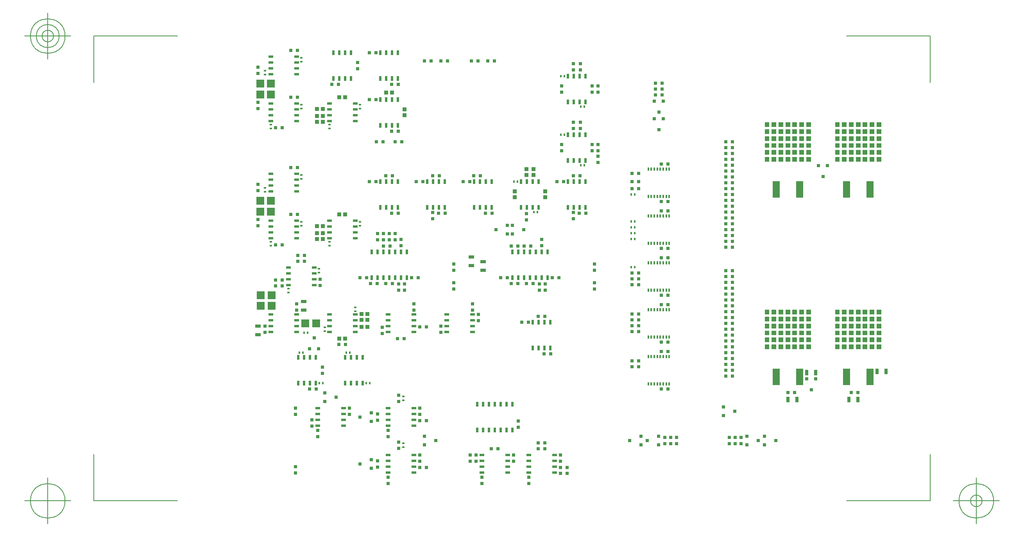
<source format=gbr>
G04 Generated by Ultiboard 12.0 *
%FSLAX25Y25*%
%MOIN*%

%ADD10C,0.00001*%
%ADD11C,0.00004*%
%ADD12C,0.00500*%
%ADD13R,0.03400X0.03400*%
%ADD14R,0.03937X0.01969*%
%ADD15R,0.02756X0.03150*%
%ADD16R,0.01969X0.03937*%
%ADD17R,0.03150X0.02756*%
%ADD18R,0.01969X0.01575*%
%ADD19R,0.04921X0.02756*%
%ADD20R,0.01181X0.03150*%
%ADD21R,0.02756X0.04921*%
%ADD22R,0.03150X0.03150*%
%ADD23R,0.07000X0.07000*%
%ADD24R,0.01575X0.01969*%
%ADD25R,0.06299X0.14173*%


G04 ColorRGB 006666 for the following layer *
%LNPaste Mask Top*%
%LPD*%
G54D10*
G54D11*
G36*
X508031Y128031D02*
X508031Y131969D01*
X511969Y131969D01*
X511969Y128031D01*
X508031Y128031D01*
G37*
G36*
X508031Y133937D02*
X508031Y137874D01*
X511969Y137874D01*
X511969Y133937D01*
X508031Y133937D01*
G37*
G36*
X508031Y139843D02*
X508031Y143780D01*
X511969Y143780D01*
X511969Y139843D01*
X508031Y139843D01*
G37*
G36*
X508031Y145748D02*
X508031Y149685D01*
X511969Y149685D01*
X511969Y145748D01*
X508031Y145748D01*
G37*
G36*
X508031Y151654D02*
X508031Y155591D01*
X511969Y155591D01*
X511969Y151654D01*
X508031Y151654D01*
G37*
G36*
X508031Y157559D02*
X508031Y161496D01*
X511969Y161496D01*
X511969Y157559D01*
X508031Y157559D01*
G37*
G36*
X502126Y128031D02*
X502126Y131969D01*
X506063Y131969D01*
X506063Y128031D01*
X502126Y128031D01*
G37*
G36*
X502126Y133937D02*
X502126Y137874D01*
X506063Y137874D01*
X506063Y133937D01*
X502126Y133937D01*
G37*
G36*
X502126Y139843D02*
X502126Y143780D01*
X506063Y143780D01*
X506063Y139843D01*
X502126Y139843D01*
G37*
G36*
X502126Y145748D02*
X502126Y149685D01*
X506063Y149685D01*
X506063Y145748D01*
X502126Y145748D01*
G37*
G36*
X502126Y151654D02*
X502126Y155591D01*
X506063Y155591D01*
X506063Y151654D01*
X502126Y151654D01*
G37*
G36*
X502126Y157559D02*
X502126Y161496D01*
X506063Y161496D01*
X506063Y157559D01*
X502126Y157559D01*
G37*
G36*
X496220Y128031D02*
X496220Y131969D01*
X500157Y131969D01*
X500157Y128031D01*
X496220Y128031D01*
G37*
G36*
X496220Y133937D02*
X496220Y137874D01*
X500157Y137874D01*
X500157Y133937D01*
X496220Y133937D01*
G37*
G36*
X496220Y139843D02*
X496220Y143780D01*
X500157Y143780D01*
X500157Y139843D01*
X496220Y139843D01*
G37*
G36*
X496220Y145748D02*
X496220Y149685D01*
X500157Y149685D01*
X500157Y145748D01*
X496220Y145748D01*
G37*
G36*
X496220Y151654D02*
X496220Y155591D01*
X500157Y155591D01*
X500157Y151654D01*
X496220Y151654D01*
G37*
G36*
X496220Y157559D02*
X496220Y161496D01*
X500157Y161496D01*
X500157Y157559D01*
X496220Y157559D01*
G37*
G36*
X490315Y157559D02*
X490315Y161496D01*
X494252Y161496D01*
X494252Y157559D01*
X490315Y157559D01*
G37*
G36*
X490315Y151654D02*
X490315Y155591D01*
X494252Y155591D01*
X494252Y151654D01*
X490315Y151654D01*
G37*
G36*
X490315Y145748D02*
X490315Y149685D01*
X494252Y149685D01*
X494252Y145748D01*
X490315Y145748D01*
G37*
G36*
X490315Y139843D02*
X490315Y143780D01*
X494252Y143780D01*
X494252Y139843D01*
X490315Y139843D01*
G37*
G36*
X490315Y133937D02*
X490315Y137874D01*
X494252Y137874D01*
X494252Y133937D01*
X490315Y133937D01*
G37*
G36*
X490315Y128031D02*
X490315Y131969D01*
X494252Y131969D01*
X494252Y128031D01*
X490315Y128031D01*
G37*
G36*
X513937Y128031D02*
X513937Y131969D01*
X517874Y131969D01*
X517874Y128031D01*
X513937Y128031D01*
G37*
G36*
X513937Y133937D02*
X513937Y137874D01*
X517874Y137874D01*
X517874Y133937D01*
X513937Y133937D01*
G37*
G36*
X513937Y139843D02*
X513937Y143780D01*
X517874Y143780D01*
X517874Y139843D01*
X513937Y139843D01*
G37*
G36*
X513937Y145748D02*
X513937Y149685D01*
X517874Y149685D01*
X517874Y145748D01*
X513937Y145748D01*
G37*
G36*
X513937Y151654D02*
X513937Y155591D01*
X517874Y155591D01*
X517874Y151654D01*
X513937Y151654D01*
G37*
G36*
X513937Y157559D02*
X513937Y161496D01*
X517874Y161496D01*
X517874Y157559D01*
X513937Y157559D01*
G37*
G36*
X519843Y157559D02*
X519843Y161496D01*
X523780Y161496D01*
X523780Y157559D01*
X519843Y157559D01*
G37*
G36*
X519843Y151654D02*
X519843Y155591D01*
X523780Y155591D01*
X523780Y151654D01*
X519843Y151654D01*
G37*
G36*
X519843Y145748D02*
X519843Y149685D01*
X523780Y149685D01*
X523780Y145748D01*
X519843Y145748D01*
G37*
G36*
X519843Y139843D02*
X519843Y143780D01*
X523780Y143780D01*
X523780Y139843D01*
X519843Y139843D01*
G37*
G36*
X519843Y133937D02*
X519843Y137874D01*
X523780Y137874D01*
X523780Y133937D01*
X519843Y133937D01*
G37*
G36*
X519843Y128031D02*
X519843Y131969D01*
X523780Y131969D01*
X523780Y128031D01*
X519843Y128031D01*
G37*
G36*
X525748Y128031D02*
X525748Y131969D01*
X529685Y131969D01*
X529685Y128031D01*
X525748Y128031D01*
G37*
G36*
X525748Y133937D02*
X525748Y137874D01*
X529685Y137874D01*
X529685Y133937D01*
X525748Y133937D01*
G37*
G36*
X525748Y139843D02*
X525748Y143780D01*
X529685Y143780D01*
X529685Y139843D01*
X525748Y139843D01*
G37*
G36*
X525748Y145748D02*
X525748Y149685D01*
X529685Y149685D01*
X529685Y145748D01*
X525748Y145748D01*
G37*
G36*
X525748Y151654D02*
X525748Y155591D01*
X529685Y155591D01*
X529685Y151654D01*
X525748Y151654D01*
G37*
G36*
X525748Y157559D02*
X525748Y161496D01*
X529685Y161496D01*
X529685Y157559D01*
X525748Y157559D01*
G37*
G36*
X568031Y128031D02*
X568031Y131969D01*
X571969Y131969D01*
X571969Y128031D01*
X568031Y128031D01*
G37*
G36*
X568031Y133937D02*
X568031Y137874D01*
X571969Y137874D01*
X571969Y133937D01*
X568031Y133937D01*
G37*
G36*
X568031Y139843D02*
X568031Y143780D01*
X571969Y143780D01*
X571969Y139843D01*
X568031Y139843D01*
G37*
G36*
X568031Y145748D02*
X568031Y149685D01*
X571969Y149685D01*
X571969Y145748D01*
X568031Y145748D01*
G37*
G36*
X568031Y151654D02*
X568031Y155591D01*
X571969Y155591D01*
X571969Y151654D01*
X568031Y151654D01*
G37*
G36*
X568031Y157559D02*
X568031Y161496D01*
X571969Y161496D01*
X571969Y157559D01*
X568031Y157559D01*
G37*
G36*
X562126Y128031D02*
X562126Y131969D01*
X566063Y131969D01*
X566063Y128031D01*
X562126Y128031D01*
G37*
G36*
X562126Y133937D02*
X562126Y137874D01*
X566063Y137874D01*
X566063Y133937D01*
X562126Y133937D01*
G37*
G36*
X562126Y139843D02*
X562126Y143780D01*
X566063Y143780D01*
X566063Y139843D01*
X562126Y139843D01*
G37*
G36*
X562126Y145748D02*
X562126Y149685D01*
X566063Y149685D01*
X566063Y145748D01*
X562126Y145748D01*
G37*
G36*
X562126Y151654D02*
X562126Y155591D01*
X566063Y155591D01*
X566063Y151654D01*
X562126Y151654D01*
G37*
G36*
X562126Y157559D02*
X562126Y161496D01*
X566063Y161496D01*
X566063Y157559D01*
X562126Y157559D01*
G37*
G36*
X556220Y128031D02*
X556220Y131969D01*
X560157Y131969D01*
X560157Y128031D01*
X556220Y128031D01*
G37*
G36*
X556220Y133937D02*
X556220Y137874D01*
X560157Y137874D01*
X560157Y133937D01*
X556220Y133937D01*
G37*
G36*
X556220Y139843D02*
X556220Y143780D01*
X560157Y143780D01*
X560157Y139843D01*
X556220Y139843D01*
G37*
G36*
X556220Y145748D02*
X556220Y149685D01*
X560157Y149685D01*
X560157Y145748D01*
X556220Y145748D01*
G37*
G36*
X556220Y151654D02*
X556220Y155591D01*
X560157Y155591D01*
X560157Y151654D01*
X556220Y151654D01*
G37*
G36*
X556220Y157559D02*
X556220Y161496D01*
X560157Y161496D01*
X560157Y157559D01*
X556220Y157559D01*
G37*
G36*
X550315Y157559D02*
X550315Y161496D01*
X554252Y161496D01*
X554252Y157559D01*
X550315Y157559D01*
G37*
G36*
X550315Y151654D02*
X550315Y155591D01*
X554252Y155591D01*
X554252Y151654D01*
X550315Y151654D01*
G37*
G36*
X550315Y145748D02*
X550315Y149685D01*
X554252Y149685D01*
X554252Y145748D01*
X550315Y145748D01*
G37*
G36*
X550315Y139843D02*
X550315Y143780D01*
X554252Y143780D01*
X554252Y139843D01*
X550315Y139843D01*
G37*
G36*
X550315Y133937D02*
X550315Y137874D01*
X554252Y137874D01*
X554252Y133937D01*
X550315Y133937D01*
G37*
G36*
X550315Y128031D02*
X550315Y131969D01*
X554252Y131969D01*
X554252Y128031D01*
X550315Y128031D01*
G37*
G36*
X573937Y128031D02*
X573937Y131969D01*
X577874Y131969D01*
X577874Y128031D01*
X573937Y128031D01*
G37*
G36*
X573937Y133937D02*
X573937Y137874D01*
X577874Y137874D01*
X577874Y133937D01*
X573937Y133937D01*
G37*
G36*
X573937Y139843D02*
X573937Y143780D01*
X577874Y143780D01*
X577874Y139843D01*
X573937Y139843D01*
G37*
G36*
X573937Y145748D02*
X573937Y149685D01*
X577874Y149685D01*
X577874Y145748D01*
X573937Y145748D01*
G37*
G36*
X573937Y151654D02*
X573937Y155591D01*
X577874Y155591D01*
X577874Y151654D01*
X573937Y151654D01*
G37*
G36*
X573937Y157559D02*
X573937Y161496D01*
X577874Y161496D01*
X577874Y157559D01*
X573937Y157559D01*
G37*
G36*
X579843Y157559D02*
X579843Y161496D01*
X583780Y161496D01*
X583780Y157559D01*
X579843Y157559D01*
G37*
G36*
X579843Y151654D02*
X579843Y155591D01*
X583780Y155591D01*
X583780Y151654D01*
X579843Y151654D01*
G37*
G36*
X579843Y145748D02*
X579843Y149685D01*
X583780Y149685D01*
X583780Y145748D01*
X579843Y145748D01*
G37*
G36*
X579843Y139843D02*
X579843Y143780D01*
X583780Y143780D01*
X583780Y139843D01*
X579843Y139843D01*
G37*
G36*
X579843Y133937D02*
X579843Y137874D01*
X583780Y137874D01*
X583780Y133937D01*
X579843Y133937D01*
G37*
G36*
X579843Y128031D02*
X579843Y131969D01*
X583780Y131969D01*
X583780Y128031D01*
X579843Y128031D01*
G37*
G36*
X585748Y128031D02*
X585748Y131969D01*
X589685Y131969D01*
X589685Y128031D01*
X585748Y128031D01*
G37*
G36*
X585748Y133937D02*
X585748Y137874D01*
X589685Y137874D01*
X589685Y133937D01*
X585748Y133937D01*
G37*
G36*
X585748Y139843D02*
X585748Y143780D01*
X589685Y143780D01*
X589685Y139843D01*
X585748Y139843D01*
G37*
G36*
X585748Y145748D02*
X585748Y149685D01*
X589685Y149685D01*
X589685Y145748D01*
X585748Y145748D01*
G37*
G36*
X585748Y151654D02*
X585748Y155591D01*
X589685Y155591D01*
X589685Y151654D01*
X585748Y151654D01*
G37*
G36*
X585748Y157559D02*
X585748Y161496D01*
X589685Y161496D01*
X589685Y157559D01*
X585748Y157559D01*
G37*
G36*
X508031Y288031D02*
X508031Y291969D01*
X511969Y291969D01*
X511969Y288031D01*
X508031Y288031D01*
G37*
G36*
X508031Y293937D02*
X508031Y297874D01*
X511969Y297874D01*
X511969Y293937D01*
X508031Y293937D01*
G37*
G36*
X508031Y299843D02*
X508031Y303780D01*
X511969Y303780D01*
X511969Y299843D01*
X508031Y299843D01*
G37*
G36*
X508031Y305748D02*
X508031Y309685D01*
X511969Y309685D01*
X511969Y305748D01*
X508031Y305748D01*
G37*
G36*
X508031Y311654D02*
X508031Y315591D01*
X511969Y315591D01*
X511969Y311654D01*
X508031Y311654D01*
G37*
G36*
X508031Y317559D02*
X508031Y321496D01*
X511969Y321496D01*
X511969Y317559D01*
X508031Y317559D01*
G37*
G36*
X502126Y288031D02*
X502126Y291969D01*
X506063Y291969D01*
X506063Y288031D01*
X502126Y288031D01*
G37*
G36*
X502126Y293937D02*
X502126Y297874D01*
X506063Y297874D01*
X506063Y293937D01*
X502126Y293937D01*
G37*
G36*
X502126Y299843D02*
X502126Y303780D01*
X506063Y303780D01*
X506063Y299843D01*
X502126Y299843D01*
G37*
G36*
X502126Y305748D02*
X502126Y309685D01*
X506063Y309685D01*
X506063Y305748D01*
X502126Y305748D01*
G37*
G36*
X502126Y311654D02*
X502126Y315591D01*
X506063Y315591D01*
X506063Y311654D01*
X502126Y311654D01*
G37*
G36*
X502126Y317559D02*
X502126Y321496D01*
X506063Y321496D01*
X506063Y317559D01*
X502126Y317559D01*
G37*
G36*
X496220Y288031D02*
X496220Y291969D01*
X500157Y291969D01*
X500157Y288031D01*
X496220Y288031D01*
G37*
G36*
X496220Y293937D02*
X496220Y297874D01*
X500157Y297874D01*
X500157Y293937D01*
X496220Y293937D01*
G37*
G36*
X496220Y299843D02*
X496220Y303780D01*
X500157Y303780D01*
X500157Y299843D01*
X496220Y299843D01*
G37*
G36*
X496220Y305748D02*
X496220Y309685D01*
X500157Y309685D01*
X500157Y305748D01*
X496220Y305748D01*
G37*
G36*
X496220Y311654D02*
X496220Y315591D01*
X500157Y315591D01*
X500157Y311654D01*
X496220Y311654D01*
G37*
G36*
X496220Y317559D02*
X496220Y321496D01*
X500157Y321496D01*
X500157Y317559D01*
X496220Y317559D01*
G37*
G36*
X490315Y317559D02*
X490315Y321496D01*
X494252Y321496D01*
X494252Y317559D01*
X490315Y317559D01*
G37*
G36*
X490315Y311654D02*
X490315Y315591D01*
X494252Y315591D01*
X494252Y311654D01*
X490315Y311654D01*
G37*
G36*
X490315Y305748D02*
X490315Y309685D01*
X494252Y309685D01*
X494252Y305748D01*
X490315Y305748D01*
G37*
G36*
X490315Y299843D02*
X490315Y303780D01*
X494252Y303780D01*
X494252Y299843D01*
X490315Y299843D01*
G37*
G36*
X490315Y293937D02*
X490315Y297874D01*
X494252Y297874D01*
X494252Y293937D01*
X490315Y293937D01*
G37*
G36*
X490315Y288031D02*
X490315Y291969D01*
X494252Y291969D01*
X494252Y288031D01*
X490315Y288031D01*
G37*
G36*
X513937Y288031D02*
X513937Y291969D01*
X517874Y291969D01*
X517874Y288031D01*
X513937Y288031D01*
G37*
G36*
X513937Y293937D02*
X513937Y297874D01*
X517874Y297874D01*
X517874Y293937D01*
X513937Y293937D01*
G37*
G36*
X513937Y299843D02*
X513937Y303780D01*
X517874Y303780D01*
X517874Y299843D01*
X513937Y299843D01*
G37*
G36*
X513937Y305748D02*
X513937Y309685D01*
X517874Y309685D01*
X517874Y305748D01*
X513937Y305748D01*
G37*
G36*
X513937Y311654D02*
X513937Y315591D01*
X517874Y315591D01*
X517874Y311654D01*
X513937Y311654D01*
G37*
G36*
X513937Y317559D02*
X513937Y321496D01*
X517874Y321496D01*
X517874Y317559D01*
X513937Y317559D01*
G37*
G36*
X519843Y317559D02*
X519843Y321496D01*
X523780Y321496D01*
X523780Y317559D01*
X519843Y317559D01*
G37*
G36*
X519843Y311654D02*
X519843Y315591D01*
X523780Y315591D01*
X523780Y311654D01*
X519843Y311654D01*
G37*
G36*
X519843Y305748D02*
X519843Y309685D01*
X523780Y309685D01*
X523780Y305748D01*
X519843Y305748D01*
G37*
G36*
X519843Y299843D02*
X519843Y303780D01*
X523780Y303780D01*
X523780Y299843D01*
X519843Y299843D01*
G37*
G36*
X519843Y293937D02*
X519843Y297874D01*
X523780Y297874D01*
X523780Y293937D01*
X519843Y293937D01*
G37*
G36*
X519843Y288031D02*
X519843Y291969D01*
X523780Y291969D01*
X523780Y288031D01*
X519843Y288031D01*
G37*
G36*
X525748Y288031D02*
X525748Y291969D01*
X529685Y291969D01*
X529685Y288031D01*
X525748Y288031D01*
G37*
G36*
X525748Y293937D02*
X525748Y297874D01*
X529685Y297874D01*
X529685Y293937D01*
X525748Y293937D01*
G37*
G36*
X525748Y299843D02*
X525748Y303780D01*
X529685Y303780D01*
X529685Y299843D01*
X525748Y299843D01*
G37*
G36*
X525748Y305748D02*
X525748Y309685D01*
X529685Y309685D01*
X529685Y305748D01*
X525748Y305748D01*
G37*
G36*
X525748Y311654D02*
X525748Y315591D01*
X529685Y315591D01*
X529685Y311654D01*
X525748Y311654D01*
G37*
G36*
X525748Y317559D02*
X525748Y321496D01*
X529685Y321496D01*
X529685Y317559D01*
X525748Y317559D01*
G37*
G36*
X568031Y288031D02*
X568031Y291969D01*
X571969Y291969D01*
X571969Y288031D01*
X568031Y288031D01*
G37*
G36*
X568031Y293937D02*
X568031Y297874D01*
X571969Y297874D01*
X571969Y293937D01*
X568031Y293937D01*
G37*
G36*
X568031Y299843D02*
X568031Y303780D01*
X571969Y303780D01*
X571969Y299843D01*
X568031Y299843D01*
G37*
G36*
X568031Y305748D02*
X568031Y309685D01*
X571969Y309685D01*
X571969Y305748D01*
X568031Y305748D01*
G37*
G36*
X568031Y311654D02*
X568031Y315591D01*
X571969Y315591D01*
X571969Y311654D01*
X568031Y311654D01*
G37*
G36*
X568031Y317559D02*
X568031Y321496D01*
X571969Y321496D01*
X571969Y317559D01*
X568031Y317559D01*
G37*
G36*
X562126Y288031D02*
X562126Y291969D01*
X566063Y291969D01*
X566063Y288031D01*
X562126Y288031D01*
G37*
G36*
X562126Y293937D02*
X562126Y297874D01*
X566063Y297874D01*
X566063Y293937D01*
X562126Y293937D01*
G37*
G36*
X562126Y299843D02*
X562126Y303780D01*
X566063Y303780D01*
X566063Y299843D01*
X562126Y299843D01*
G37*
G36*
X562126Y305748D02*
X562126Y309685D01*
X566063Y309685D01*
X566063Y305748D01*
X562126Y305748D01*
G37*
G36*
X562126Y311654D02*
X562126Y315591D01*
X566063Y315591D01*
X566063Y311654D01*
X562126Y311654D01*
G37*
G36*
X562126Y317559D02*
X562126Y321496D01*
X566063Y321496D01*
X566063Y317559D01*
X562126Y317559D01*
G37*
G36*
X556220Y288031D02*
X556220Y291969D01*
X560157Y291969D01*
X560157Y288031D01*
X556220Y288031D01*
G37*
G36*
X556220Y293937D02*
X556220Y297874D01*
X560157Y297874D01*
X560157Y293937D01*
X556220Y293937D01*
G37*
G36*
X556220Y299843D02*
X556220Y303780D01*
X560157Y303780D01*
X560157Y299843D01*
X556220Y299843D01*
G37*
G36*
X556220Y305748D02*
X556220Y309685D01*
X560157Y309685D01*
X560157Y305748D01*
X556220Y305748D01*
G37*
G36*
X556220Y311654D02*
X556220Y315591D01*
X560157Y315591D01*
X560157Y311654D01*
X556220Y311654D01*
G37*
G36*
X556220Y317559D02*
X556220Y321496D01*
X560157Y321496D01*
X560157Y317559D01*
X556220Y317559D01*
G37*
G36*
X550315Y317559D02*
X550315Y321496D01*
X554252Y321496D01*
X554252Y317559D01*
X550315Y317559D01*
G37*
G36*
X550315Y311654D02*
X550315Y315591D01*
X554252Y315591D01*
X554252Y311654D01*
X550315Y311654D01*
G37*
G36*
X550315Y305748D02*
X550315Y309685D01*
X554252Y309685D01*
X554252Y305748D01*
X550315Y305748D01*
G37*
G36*
X550315Y299843D02*
X550315Y303780D01*
X554252Y303780D01*
X554252Y299843D01*
X550315Y299843D01*
G37*
G36*
X550315Y293937D02*
X550315Y297874D01*
X554252Y297874D01*
X554252Y293937D01*
X550315Y293937D01*
G37*
G36*
X550315Y288031D02*
X550315Y291969D01*
X554252Y291969D01*
X554252Y288031D01*
X550315Y288031D01*
G37*
G36*
X573937Y288031D02*
X573937Y291969D01*
X577874Y291969D01*
X577874Y288031D01*
X573937Y288031D01*
G37*
G36*
X573937Y293937D02*
X573937Y297874D01*
X577874Y297874D01*
X577874Y293937D01*
X573937Y293937D01*
G37*
G36*
X573937Y299843D02*
X573937Y303780D01*
X577874Y303780D01*
X577874Y299843D01*
X573937Y299843D01*
G37*
G36*
X573937Y305748D02*
X573937Y309685D01*
X577874Y309685D01*
X577874Y305748D01*
X573937Y305748D01*
G37*
G36*
X573937Y311654D02*
X573937Y315591D01*
X577874Y315591D01*
X577874Y311654D01*
X573937Y311654D01*
G37*
G36*
X573937Y317559D02*
X573937Y321496D01*
X577874Y321496D01*
X577874Y317559D01*
X573937Y317559D01*
G37*
G36*
X579843Y317559D02*
X579843Y321496D01*
X583780Y321496D01*
X583780Y317559D01*
X579843Y317559D01*
G37*
G36*
X579843Y311654D02*
X579843Y315591D01*
X583780Y315591D01*
X583780Y311654D01*
X579843Y311654D01*
G37*
G36*
X579843Y305748D02*
X579843Y309685D01*
X583780Y309685D01*
X583780Y305748D01*
X579843Y305748D01*
G37*
G36*
X579843Y299843D02*
X579843Y303780D01*
X583780Y303780D01*
X583780Y299843D01*
X579843Y299843D01*
G37*
G36*
X579843Y293937D02*
X579843Y297874D01*
X583780Y297874D01*
X583780Y293937D01*
X579843Y293937D01*
G37*
G36*
X579843Y288031D02*
X579843Y291969D01*
X583780Y291969D01*
X583780Y288031D01*
X579843Y288031D01*
G37*
G36*
X585748Y288031D02*
X585748Y291969D01*
X589685Y291969D01*
X589685Y288031D01*
X585748Y288031D01*
G37*
G36*
X585748Y293937D02*
X585748Y297874D01*
X589685Y297874D01*
X589685Y293937D01*
X585748Y293937D01*
G37*
G36*
X585748Y299843D02*
X585748Y303780D01*
X589685Y303780D01*
X589685Y299843D01*
X585748Y299843D01*
G37*
G36*
X585748Y305748D02*
X585748Y309685D01*
X589685Y309685D01*
X589685Y305748D01*
X585748Y305748D01*
G37*
G36*
X585748Y311654D02*
X585748Y315591D01*
X589685Y315591D01*
X589685Y311654D01*
X585748Y311654D01*
G37*
G36*
X585748Y317559D02*
X585748Y321496D01*
X589685Y321496D01*
X589685Y317559D01*
X585748Y317559D01*
G37*
G54D12*
X-81772Y-1500D02*
X-81772Y38170D01*
X-81772Y-1500D02*
X-10452Y-1500D01*
X631421Y-1500D02*
X560102Y-1500D01*
X631421Y-1500D02*
X631421Y38170D01*
X631421Y395201D02*
X631421Y355531D01*
X631421Y395201D02*
X560102Y395201D01*
X-81772Y395201D02*
X-10452Y395201D01*
X-81772Y395201D02*
X-81772Y355531D01*
X-101457Y-1500D02*
X-140827Y-1500D01*
X-121142Y-21185D02*
X-121142Y18185D01*
X-135906Y-1500D02*
G75*
D01*
G02X-135906Y-1500I14764J0*
G01*
X651106Y-1500D02*
X690476Y-1500D01*
X670791Y-21185D02*
X670791Y18185D01*
X656028Y-1500D02*
G75*
D01*
G02X656028Y-1500I14763J0*
G01*
X665870Y-1500D02*
G75*
D01*
G02X665870Y-1500I4921J0*
G01*
X-101457Y395201D02*
X-140827Y395201D01*
X-121142Y375516D02*
X-121142Y414886D01*
X-135906Y395201D02*
G75*
D01*
G02X-135906Y395201I14764J0*
G01*
X-130984Y395201D02*
G75*
D01*
G02X-130984Y395201I9842J0*
G01*
X-126063Y395201D02*
G75*
D01*
G02X-126063Y395201I4921J0*
G01*
G54D13*
X127500Y343000D03*
X132500Y343000D03*
X108500Y333000D03*
X113500Y333000D03*
X108500Y327000D03*
X113500Y327000D03*
X127500Y243000D03*
X132500Y243000D03*
X108500Y227000D03*
X113500Y227000D03*
X151500Y147000D03*
X146500Y147000D03*
X293000Y281500D03*
X293000Y276500D03*
X108500Y322000D03*
X113500Y322000D03*
X113500Y222000D03*
X108500Y222000D03*
X108500Y233000D03*
X113500Y233000D03*
X132500Y137000D03*
X127500Y137000D03*
X287000Y276500D03*
X287000Y281500D03*
X146500Y153000D03*
X151500Y153000D03*
X151500Y158000D03*
X146500Y158000D03*
X167500Y347000D03*
X172500Y347000D03*
X183000Y332500D03*
X183000Y327500D03*
X303000Y257500D03*
X303000Y262500D03*
X277000Y257500D03*
X277000Y262500D03*
G54D14*
X118976Y337500D03*
X118976Y332500D03*
X118976Y327500D03*
X118976Y322500D03*
X141024Y322500D03*
X141024Y327500D03*
X141024Y337500D03*
X141024Y332500D03*
X288976Y37500D03*
X288976Y32500D03*
X288976Y27500D03*
X288976Y22500D03*
X311024Y22500D03*
X311024Y27500D03*
X311024Y37500D03*
X311024Y32500D03*
X248976Y37500D03*
X248976Y32500D03*
X248976Y27500D03*
X248976Y22500D03*
X271024Y22500D03*
X271024Y27500D03*
X271024Y37500D03*
X271024Y32500D03*
X83976Y197500D03*
X83976Y192500D03*
X83976Y187500D03*
X83976Y182500D03*
X106024Y182500D03*
X106024Y187500D03*
X106024Y197500D03*
X106024Y192500D03*
X118976Y237500D03*
X118976Y232500D03*
X118976Y227500D03*
X118976Y222500D03*
X141024Y222500D03*
X141024Y227500D03*
X141024Y237500D03*
X141024Y232500D03*
X168976Y142500D03*
X191024Y142500D03*
X168976Y147500D03*
X191024Y147500D03*
X168976Y157500D03*
X168976Y152500D03*
X191024Y152500D03*
X191024Y157500D03*
X218976Y142500D03*
X241024Y142500D03*
X218976Y147500D03*
X241024Y147500D03*
X218976Y157500D03*
X218976Y152500D03*
X241024Y157500D03*
X241024Y152500D03*
X118976Y142500D03*
X141024Y142500D03*
X118976Y147500D03*
X141024Y147500D03*
X118976Y157500D03*
X118976Y152500D03*
X141024Y152500D03*
X141024Y157500D03*
X68976Y277500D03*
X68976Y272500D03*
X68976Y267500D03*
X68976Y262500D03*
X91024Y262500D03*
X91024Y267500D03*
X91024Y277500D03*
X91024Y272500D03*
X68976Y377500D03*
X68976Y372500D03*
X68976Y367500D03*
X68976Y362500D03*
X91024Y362500D03*
X91024Y367500D03*
X91024Y377500D03*
X91024Y372500D03*
X68976Y337500D03*
X68976Y332500D03*
X68976Y327500D03*
X68976Y322500D03*
X91024Y322500D03*
X91024Y327500D03*
X91024Y337500D03*
X91024Y332500D03*
X68976Y237500D03*
X68976Y232500D03*
X68976Y227500D03*
X68976Y222500D03*
X91024Y222500D03*
X91024Y227500D03*
X91024Y237500D03*
X91024Y232500D03*
X68976Y142500D03*
X91024Y142500D03*
X68976Y147500D03*
X91024Y147500D03*
X68976Y157500D03*
X68976Y152500D03*
X91024Y157500D03*
X91024Y152500D03*
X168976Y77500D03*
X168976Y72500D03*
X168976Y67500D03*
X168976Y62500D03*
X191024Y62500D03*
X191024Y67500D03*
X191024Y77500D03*
X191024Y72500D03*
X168976Y37500D03*
X168976Y32500D03*
X168976Y27500D03*
X168976Y22500D03*
X191024Y22500D03*
X191024Y27500D03*
X191024Y37500D03*
X191024Y32500D03*
X108976Y77500D03*
X108976Y72500D03*
X108976Y67500D03*
X108976Y62500D03*
X131024Y62500D03*
X131024Y67500D03*
X131024Y77500D03*
X131024Y72500D03*
G54D15*
X73244Y317000D03*
X78756Y317000D03*
X200244Y374000D03*
X205756Y374000D03*
X254244Y374000D03*
X259756Y374000D03*
X240244Y374000D03*
X245756Y374000D03*
X196244Y27000D03*
X201756Y27000D03*
X196244Y67000D03*
X201756Y67000D03*
X257244Y43000D03*
X262756Y43000D03*
X182756Y137000D03*
X177244Y137000D03*
X302244Y124000D03*
X307756Y124000D03*
X283244Y151000D03*
X288756Y151000D03*
X265244Y189000D03*
X270756Y189000D03*
X150756Y189000D03*
X145244Y189000D03*
X189244Y189000D03*
X194756Y189000D03*
X217756Y244000D03*
X212244Y244000D03*
X121244Y354000D03*
X126756Y354000D03*
X91756Y383000D03*
X86244Y383000D03*
X252244Y244000D03*
X257756Y244000D03*
X91756Y343000D03*
X86244Y343000D03*
X297244Y48000D03*
X302756Y48000D03*
X402244Y206000D03*
X407756Y206000D03*
X402244Y166000D03*
X407756Y166000D03*
X402244Y126000D03*
X407756Y126000D03*
X407756Y254000D03*
X402244Y254000D03*
X402244Y214000D03*
X407756Y214000D03*
X402244Y174000D03*
X407756Y174000D03*
X407756Y134000D03*
X402244Y134000D03*
X407756Y94000D03*
X402244Y94000D03*
X402244Y286000D03*
X407756Y286000D03*
X309244Y189000D03*
X314756Y189000D03*
X198756Y271000D03*
X193244Y271000D03*
X177756Y354000D03*
X172244Y354000D03*
X73244Y217000D03*
X78756Y217000D03*
X73244Y182000D03*
X78756Y182000D03*
X92244Y208000D03*
X97756Y208000D03*
X92244Y203000D03*
X97756Y203000D03*
X127244Y132000D03*
X132756Y132000D03*
X242244Y276000D03*
X247756Y276000D03*
X515756Y91000D03*
X510244Y91000D03*
X569756Y91000D03*
X564244Y91000D03*
X377244Y153000D03*
X382756Y153000D03*
X321756Y27000D03*
X316244Y27000D03*
X321756Y22000D03*
X316244Y22000D03*
X153244Y341000D03*
X158756Y341000D03*
X158756Y381000D03*
X153244Y381000D03*
X165244Y216000D03*
X170756Y216000D03*
X462756Y305000D03*
X457244Y305000D03*
X462756Y300000D03*
X457244Y300000D03*
X457244Y295000D03*
X462756Y295000D03*
X462756Y290000D03*
X457244Y290000D03*
X457244Y285000D03*
X462756Y285000D03*
X462756Y280000D03*
X457244Y280000D03*
X457244Y275000D03*
X462756Y275000D03*
X462756Y270000D03*
X457244Y270000D03*
X457244Y265000D03*
X462756Y265000D03*
X457244Y260000D03*
X462756Y260000D03*
X457244Y250000D03*
X462756Y250000D03*
X462756Y240000D03*
X457244Y240000D03*
X457244Y235000D03*
X462756Y235000D03*
X457244Y230000D03*
X462756Y230000D03*
X457244Y225000D03*
X462756Y225000D03*
X457244Y220000D03*
X462756Y220000D03*
X457244Y215000D03*
X462756Y215000D03*
X457244Y195000D03*
X462756Y195000D03*
X457244Y190000D03*
X462756Y190000D03*
X457244Y185000D03*
X462756Y185000D03*
X457244Y180000D03*
X462756Y180000D03*
X457244Y175000D03*
X462756Y175000D03*
X457244Y170000D03*
X462756Y170000D03*
X457244Y165000D03*
X462756Y165000D03*
X457244Y160000D03*
X462756Y160000D03*
X457244Y155000D03*
X462756Y155000D03*
X457244Y150000D03*
X462756Y150000D03*
X457244Y145000D03*
X462756Y145000D03*
X457244Y140000D03*
X462756Y140000D03*
X457244Y135000D03*
X462756Y135000D03*
X457244Y125000D03*
X462756Y125000D03*
X462756Y130000D03*
X457244Y130000D03*
X457244Y120000D03*
X462756Y120000D03*
X457244Y115000D03*
X462756Y115000D03*
X457244Y110000D03*
X462756Y110000D03*
X457244Y105000D03*
X462756Y105000D03*
X377244Y193000D03*
X382756Y193000D03*
X377244Y188000D03*
X382756Y188000D03*
X377244Y183000D03*
X382756Y183000D03*
X377244Y158000D03*
X382756Y158000D03*
X377244Y148000D03*
X382756Y148000D03*
X377244Y143000D03*
X382756Y143000D03*
X377244Y118000D03*
X382756Y118000D03*
X377244Y113000D03*
X382756Y113000D03*
X297244Y156000D03*
X302756Y156000D03*
X214244Y374000D03*
X219756Y374000D03*
X177756Y314000D03*
X172244Y314000D03*
X207244Y276000D03*
X212756Y276000D03*
X201756Y147000D03*
X196244Y147000D03*
X402244Y246000D03*
X407756Y246000D03*
X172756Y276000D03*
X167244Y276000D03*
X159244Y305000D03*
X164756Y305000D03*
X175244Y305000D03*
X180756Y305000D03*
X153244Y271000D03*
X158756Y271000D03*
X177756Y244000D03*
X172244Y244000D03*
X91756Y243000D03*
X86244Y243000D03*
X457244Y255000D03*
X462756Y255000D03*
X457244Y245000D03*
X462756Y245000D03*
X102244Y94000D03*
X107756Y94000D03*
X279756Y216000D03*
X274244Y216000D03*
X285244Y216000D03*
X290756Y216000D03*
X279756Y184000D03*
X274244Y184000D03*
X292756Y184000D03*
X287244Y184000D03*
X159756Y184000D03*
X154244Y184000D03*
X172756Y184000D03*
X167244Y184000D03*
X78756Y187000D03*
X73244Y187000D03*
X297244Y43000D03*
X302756Y43000D03*
X377244Y278000D03*
X382756Y278000D03*
X377244Y271000D03*
X382756Y271000D03*
X377244Y265000D03*
X382756Y265000D03*
X332244Y244000D03*
X337756Y244000D03*
X318756Y271000D03*
X313244Y271000D03*
X327244Y276000D03*
X332756Y276000D03*
X86244Y283000D03*
X91756Y283000D03*
X397244Y355000D03*
X402756Y355000D03*
X402756Y350000D03*
X397244Y350000D03*
X402756Y345000D03*
X397244Y345000D03*
X233244Y271000D03*
X238756Y271000D03*
G54D16*
X292500Y128976D03*
X297500Y128976D03*
X307500Y128976D03*
X302500Y128976D03*
X292500Y151024D03*
X297500Y151024D03*
X307500Y151024D03*
X302500Y151024D03*
X155000Y188976D03*
X165000Y188976D03*
X160000Y188976D03*
X170000Y188976D03*
X180000Y188976D03*
X175000Y188976D03*
X185000Y188976D03*
X155000Y211024D03*
X165000Y211024D03*
X160000Y211024D03*
X170000Y211024D03*
X175000Y211024D03*
X180000Y211024D03*
X185000Y211024D03*
X245000Y58976D03*
X250000Y58976D03*
X260000Y58976D03*
X255000Y58976D03*
X265000Y58976D03*
X275000Y58976D03*
X270000Y58976D03*
X245000Y81024D03*
X250000Y81024D03*
X260000Y81024D03*
X255000Y81024D03*
X265000Y81024D03*
X270000Y81024D03*
X275000Y81024D03*
X132500Y98976D03*
X142500Y98976D03*
X137500Y98976D03*
X147500Y98976D03*
X132500Y121024D03*
X142500Y121024D03*
X137500Y121024D03*
X147500Y121024D03*
X202500Y248976D03*
X212500Y248976D03*
X207500Y248976D03*
X217500Y248976D03*
X202500Y271024D03*
X212500Y271024D03*
X207500Y271024D03*
X217500Y271024D03*
X162500Y358976D03*
X172500Y358976D03*
X167500Y358976D03*
X177500Y358976D03*
X162500Y381024D03*
X172500Y381024D03*
X167500Y381024D03*
X177500Y381024D03*
X92500Y98976D03*
X102500Y98976D03*
X97500Y98976D03*
X107500Y98976D03*
X92500Y121024D03*
X102500Y121024D03*
X97500Y121024D03*
X107500Y121024D03*
X275000Y188976D03*
X280000Y188976D03*
X290000Y188976D03*
X285000Y188976D03*
X300000Y188976D03*
X295000Y188976D03*
X305000Y188976D03*
X275000Y211024D03*
X280000Y211024D03*
X290000Y211024D03*
X285000Y211024D03*
X295000Y211024D03*
X300000Y211024D03*
X305000Y211024D03*
X162500Y248976D03*
X172500Y248976D03*
X167500Y248976D03*
X177500Y248976D03*
X162500Y271024D03*
X172500Y271024D03*
X167500Y271024D03*
X177500Y271024D03*
X162500Y318976D03*
X172500Y318976D03*
X167500Y318976D03*
X177500Y318976D03*
X162500Y341024D03*
X172500Y341024D03*
X167500Y341024D03*
X177500Y341024D03*
X122500Y358976D03*
X132500Y358976D03*
X127500Y358976D03*
X137500Y358976D03*
X122500Y381024D03*
X132500Y381024D03*
X127500Y381024D03*
X137500Y381024D03*
X322500Y338976D03*
X327500Y338976D03*
X332500Y338976D03*
X337500Y338976D03*
X322500Y361024D03*
X332500Y361024D03*
X327500Y361024D03*
X337500Y361024D03*
X322500Y288976D03*
X327500Y288976D03*
X337500Y288976D03*
X332500Y288976D03*
X322500Y311024D03*
X327500Y311024D03*
X337500Y311024D03*
X332500Y311024D03*
X282500Y248976D03*
X292500Y248976D03*
X287500Y248976D03*
X297500Y248976D03*
X282500Y271024D03*
X292500Y271024D03*
X287500Y271024D03*
X297500Y271024D03*
X322500Y248976D03*
X327500Y248976D03*
X332500Y248976D03*
X337500Y248976D03*
X322500Y271024D03*
X332500Y271024D03*
X327500Y271024D03*
X337500Y271024D03*
X242500Y248976D03*
X252500Y248976D03*
X247500Y248976D03*
X257500Y248976D03*
X242500Y271024D03*
X252500Y271024D03*
X247500Y271024D03*
X257500Y271024D03*
G54D17*
X178000Y183756D03*
X178000Y178244D03*
X183000Y183756D03*
X183000Y178244D03*
X169000Y53244D03*
X169000Y58756D03*
X169000Y13244D03*
X169000Y18756D03*
X249000Y18756D03*
X249000Y13244D03*
X289000Y18756D03*
X289000Y13244D03*
X90000Y22244D03*
X90000Y27756D03*
X175000Y226756D03*
X175000Y221244D03*
X196000Y77756D03*
X196000Y72244D03*
X276000Y37756D03*
X276000Y32244D03*
X196000Y37756D03*
X196000Y32244D03*
X160000Y226756D03*
X160000Y221244D03*
X165000Y226756D03*
X165000Y221244D03*
X170000Y226756D03*
X170000Y221244D03*
X164000Y146756D03*
X164000Y141244D03*
X244000Y37756D03*
X244000Y32244D03*
X64000Y142244D03*
X64000Y147756D03*
X136000Y72244D03*
X136000Y77756D03*
X104000Y67756D03*
X104000Y62244D03*
X109000Y58756D03*
X109000Y53244D03*
X111000Y187756D03*
X111000Y182244D03*
X91000Y166756D03*
X91000Y161244D03*
X470000Y47244D03*
X470000Y52756D03*
X460000Y52756D03*
X460000Y47244D03*
X465000Y52756D03*
X465000Y47244D03*
X405000Y47244D03*
X405000Y52756D03*
X415000Y47244D03*
X415000Y52756D03*
X410000Y52756D03*
X410000Y47244D03*
X225000Y195244D03*
X225000Y200756D03*
X225000Y184756D03*
X225000Y179244D03*
X345000Y195244D03*
X345000Y200756D03*
X345000Y179244D03*
X345000Y184756D03*
X113000Y112756D03*
X113000Y107244D03*
X58000Y363244D03*
X58000Y368756D03*
X316000Y32244D03*
X316000Y37756D03*
X214000Y142244D03*
X214000Y147756D03*
X58000Y263244D03*
X58000Y268756D03*
X239000Y32244D03*
X239000Y37756D03*
X246000Y157756D03*
X246000Y152244D03*
X191000Y161244D03*
X191000Y166756D03*
X207000Y239244D03*
X207000Y244756D03*
X180000Y221756D03*
X180000Y216244D03*
X300000Y221756D03*
X300000Y216244D03*
X178000Y43244D03*
X178000Y48756D03*
X178000Y83244D03*
X178000Y88756D03*
X90000Y77756D03*
X90000Y72244D03*
X160000Y72756D03*
X160000Y67244D03*
X58000Y333244D03*
X58000Y338756D03*
X58000Y233244D03*
X58000Y238756D03*
X241000Y161244D03*
X241000Y166756D03*
X298000Y178244D03*
X298000Y183756D03*
X303000Y178244D03*
X303000Y183756D03*
X160000Y32756D03*
X160000Y27244D03*
X280000Y66756D03*
X280000Y61244D03*
X343000Y297244D03*
X343000Y302756D03*
X327000Y371756D03*
X327000Y366244D03*
X333000Y366244D03*
X333000Y371756D03*
X327000Y321756D03*
X327000Y316244D03*
X333000Y316244D03*
X333000Y321756D03*
X327000Y244756D03*
X327000Y239244D03*
X317000Y352756D03*
X317000Y347244D03*
X348000Y287244D03*
X348000Y292756D03*
X348000Y297244D03*
X348000Y302756D03*
X348000Y347244D03*
X348000Y352756D03*
X343000Y352756D03*
X343000Y347244D03*
X287000Y243756D03*
X287000Y238244D03*
X317000Y302756D03*
X317000Y297244D03*
X143000Y367244D03*
X143000Y372756D03*
G54D18*
X95000Y236575D03*
X95000Y233425D03*
X119000Y219575D03*
X119000Y216425D03*
X119000Y319575D03*
X119000Y316425D03*
X95000Y336575D03*
X95000Y333425D03*
X145000Y336575D03*
X145000Y333425D03*
X115000Y143425D03*
X115000Y146575D03*
X64000Y362425D03*
X64000Y365575D03*
X64000Y262425D03*
X64000Y265575D03*
X84000Y179575D03*
X84000Y176425D03*
X182000Y44425D03*
X182000Y47575D03*
X141000Y160425D03*
X141000Y163575D03*
X95000Y273425D03*
X95000Y276575D03*
X95000Y376575D03*
X95000Y373425D03*
X69000Y316425D03*
X69000Y319575D03*
X69000Y216425D03*
X69000Y219575D03*
X145000Y233425D03*
X145000Y236575D03*
X110000Y196575D03*
X110000Y193425D03*
X182000Y87575D03*
X182000Y84425D03*
G54D19*
X240000Y206740D03*
X240000Y199260D03*
X250000Y195260D03*
X250000Y202740D03*
X58000Y140260D03*
X58000Y147740D03*
X97000Y161260D03*
X97000Y168740D03*
G54D20*
X391043Y258189D03*
X393602Y258189D03*
X396161Y258189D03*
X398720Y258189D03*
X401280Y258189D03*
X408957Y258189D03*
X403839Y258189D03*
X406398Y258189D03*
X391043Y281811D03*
X393602Y281811D03*
X401280Y281811D03*
X398720Y281811D03*
X396161Y281811D03*
X408957Y281811D03*
X406398Y281811D03*
X403839Y281811D03*
X393602Y218189D03*
X391043Y218189D03*
X401280Y218189D03*
X396161Y218189D03*
X398720Y218189D03*
X408957Y218189D03*
X403839Y218189D03*
X406398Y218189D03*
X393602Y241811D03*
X391043Y241811D03*
X401280Y241811D03*
X398720Y241811D03*
X396161Y241811D03*
X408957Y241811D03*
X406398Y241811D03*
X403839Y241811D03*
X393602Y178189D03*
X391043Y178189D03*
X401280Y178189D03*
X396161Y178189D03*
X398720Y178189D03*
X408957Y178189D03*
X403839Y178189D03*
X406398Y178189D03*
X393602Y201811D03*
X391043Y201811D03*
X401280Y201811D03*
X398720Y201811D03*
X396161Y201811D03*
X408957Y201811D03*
X406398Y201811D03*
X403839Y201811D03*
X393602Y138189D03*
X391043Y138189D03*
X401280Y138189D03*
X396161Y138189D03*
X398720Y138189D03*
X408957Y138189D03*
X403839Y138189D03*
X406398Y138189D03*
X393602Y161811D03*
X391043Y161811D03*
X401280Y161811D03*
X398720Y161811D03*
X396161Y161811D03*
X408957Y161811D03*
X406398Y161811D03*
X403839Y161811D03*
X393602Y98189D03*
X391043Y98189D03*
X401280Y98189D03*
X396161Y98189D03*
X398720Y98189D03*
X408957Y98189D03*
X403839Y98189D03*
X406398Y98189D03*
X393602Y121811D03*
X391043Y121811D03*
X401280Y121811D03*
X398720Y121811D03*
X396161Y121811D03*
X408957Y121811D03*
X406398Y121811D03*
X403839Y121811D03*
G54D21*
X510260Y85000D03*
X517740Y85000D03*
X562260Y85000D03*
X569740Y85000D03*
X593740Y109000D03*
X586260Y109000D03*
X533740Y108000D03*
X526260Y108000D03*
G54D22*
X115276Y90740D03*
X115276Y83260D03*
X124724Y87000D03*
X464724Y75000D03*
X455276Y78740D03*
X455276Y71260D03*
X102260Y128276D03*
X106000Y137724D03*
X109740Y128276D03*
X145276Y70000D03*
X154724Y66260D03*
X154724Y73740D03*
X261276Y230000D03*
X270724Y233740D03*
X270724Y226260D03*
X275276Y233740D03*
X275276Y226260D03*
X284724Y230000D03*
X154724Y26260D03*
X154724Y33740D03*
X145276Y30000D03*
X200276Y53740D03*
X200276Y46260D03*
X209724Y50000D03*
X533740Y102724D03*
X526260Y102724D03*
X530000Y93276D03*
X540000Y275276D03*
X536260Y284724D03*
X543740Y284724D03*
X403740Y324724D03*
X396260Y324724D03*
X400000Y315276D03*
X403740Y339724D03*
X396260Y339724D03*
X400000Y330276D03*
X384724Y46260D03*
X375276Y50000D03*
X384724Y53740D03*
X399724Y53740D03*
X399724Y46260D03*
X390276Y50000D03*
X475276Y53740D03*
X475276Y46260D03*
X484724Y50000D03*
X490276Y53740D03*
X490276Y46260D03*
X499724Y50000D03*
G54D23*
X69700Y165000D03*
X60300Y165000D03*
X60300Y174000D03*
X69700Y174000D03*
X60000Y354700D03*
X60000Y345300D03*
X69000Y245300D03*
X69000Y254700D03*
X60000Y254700D03*
X60000Y245300D03*
X69000Y354700D03*
X69000Y345300D03*
X107700Y150000D03*
X98300Y150000D03*
G54D24*
X100575Y142000D03*
X97425Y142000D03*
X110425Y99000D03*
X113575Y99000D03*
X150425Y99000D03*
X153575Y99000D03*
X133425Y125000D03*
X136575Y125000D03*
X93425Y125000D03*
X96575Y125000D03*
X376425Y260000D03*
X379575Y260000D03*
X376425Y237000D03*
X379575Y237000D03*
X376425Y232000D03*
X379575Y232000D03*
X376425Y227000D03*
X379575Y227000D03*
X316425Y311000D03*
X319575Y311000D03*
X319575Y361000D03*
X316425Y361000D03*
X336575Y335000D03*
X333425Y335000D03*
X333425Y285000D03*
X336575Y285000D03*
X296575Y245000D03*
X293425Y245000D03*
X376425Y198000D03*
X379575Y198000D03*
X379575Y222000D03*
X376425Y222000D03*
X279575Y271000D03*
X276425Y271000D03*
G54D25*
X500000Y104409D03*
X520000Y104409D03*
X560000Y104409D03*
X580000Y104409D03*
X500000Y264409D03*
X520000Y264409D03*
X560000Y264409D03*
X580000Y264409D03*

M00*

</source>
